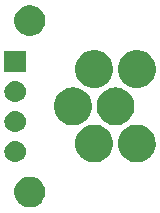
<source format=gts>
G04 #@! TF.GenerationSoftware,KiCad,Pcbnew,5.1.4+dfsg1-1*
G04 #@! TF.CreationDate,2020-04-13T21:54:57+02:00*
G04 #@! TF.ProjectId,C245_conn,43323435-5f63-46f6-9e6e-2e6b69636164,rev?*
G04 #@! TF.SameCoordinates,Original*
G04 #@! TF.FileFunction,Soldermask,Top*
G04 #@! TF.FilePolarity,Negative*
%FSLAX46Y46*%
G04 Gerber Fmt 4.6, Leading zero omitted, Abs format (unit mm)*
G04 Created by KiCad (PCBNEW 5.1.4+dfsg1-1) date 2020-04-13 21:54:57*
%MOMM*%
%LPD*%
G04 APERTURE LIST*
%ADD10C,0.100000*%
G04 APERTURE END LIST*
D10*
G36*
X93129487Y-106498996D02*
G01*
X93366253Y-106597068D01*
X93366255Y-106597069D01*
X93579339Y-106739447D01*
X93760553Y-106920661D01*
X93902932Y-107133747D01*
X94001004Y-107370513D01*
X94051000Y-107621861D01*
X94051000Y-107878139D01*
X94001004Y-108129487D01*
X93902932Y-108366253D01*
X93902931Y-108366255D01*
X93760553Y-108579339D01*
X93579339Y-108760553D01*
X93366255Y-108902931D01*
X93366254Y-108902932D01*
X93366253Y-108902932D01*
X93129487Y-109001004D01*
X92878139Y-109051000D01*
X92621861Y-109051000D01*
X92370513Y-109001004D01*
X92133747Y-108902932D01*
X92133746Y-108902932D01*
X92133745Y-108902931D01*
X91920661Y-108760553D01*
X91739447Y-108579339D01*
X91597069Y-108366255D01*
X91597068Y-108366253D01*
X91498996Y-108129487D01*
X91449000Y-107878139D01*
X91449000Y-107621861D01*
X91498996Y-107370513D01*
X91597068Y-107133747D01*
X91739447Y-106920661D01*
X91920661Y-106739447D01*
X92133745Y-106597069D01*
X92133747Y-106597068D01*
X92370513Y-106498996D01*
X92621861Y-106449000D01*
X92878139Y-106449000D01*
X93129487Y-106498996D01*
X93129487Y-106498996D01*
G37*
G36*
X101996217Y-102056665D02*
G01*
X102266995Y-102110525D01*
X102558358Y-102231212D01*
X102820578Y-102406422D01*
X103043578Y-102629422D01*
X103218788Y-102891642D01*
X103339475Y-103183005D01*
X103386417Y-103419000D01*
X103401000Y-103492314D01*
X103401000Y-103807686D01*
X103399145Y-103817011D01*
X103339475Y-104116995D01*
X103218788Y-104408358D01*
X103043578Y-104670578D01*
X102820578Y-104893578D01*
X102558358Y-105068788D01*
X102266995Y-105189475D01*
X101996217Y-105243335D01*
X101957686Y-105251000D01*
X101642314Y-105251000D01*
X101603783Y-105243335D01*
X101333005Y-105189475D01*
X101041642Y-105068788D01*
X100779422Y-104893578D01*
X100556422Y-104670578D01*
X100381212Y-104408358D01*
X100260525Y-104116995D01*
X100200855Y-103817011D01*
X100199000Y-103807686D01*
X100199000Y-103492314D01*
X100213583Y-103419000D01*
X100260525Y-103183005D01*
X100381212Y-102891642D01*
X100556422Y-102629422D01*
X100779422Y-102406422D01*
X101041642Y-102231212D01*
X101333005Y-102110525D01*
X101603783Y-102056665D01*
X101642314Y-102049000D01*
X101957686Y-102049000D01*
X101996217Y-102056665D01*
X101996217Y-102056665D01*
G37*
G36*
X98396217Y-102056665D02*
G01*
X98666995Y-102110525D01*
X98958358Y-102231212D01*
X99220578Y-102406422D01*
X99443578Y-102629422D01*
X99618788Y-102891642D01*
X99739475Y-103183005D01*
X99786417Y-103419000D01*
X99801000Y-103492314D01*
X99801000Y-103807686D01*
X99799145Y-103817011D01*
X99739475Y-104116995D01*
X99618788Y-104408358D01*
X99443578Y-104670578D01*
X99220578Y-104893578D01*
X98958358Y-105068788D01*
X98666995Y-105189475D01*
X98396217Y-105243335D01*
X98357686Y-105251000D01*
X98042314Y-105251000D01*
X98003783Y-105243335D01*
X97733005Y-105189475D01*
X97441642Y-105068788D01*
X97179422Y-104893578D01*
X96956422Y-104670578D01*
X96781212Y-104408358D01*
X96660525Y-104116995D01*
X96600855Y-103817011D01*
X96599000Y-103807686D01*
X96599000Y-103492314D01*
X96613583Y-103419000D01*
X96660525Y-103183005D01*
X96781212Y-102891642D01*
X96956422Y-102629422D01*
X97179422Y-102406422D01*
X97441642Y-102231212D01*
X97733005Y-102110525D01*
X98003783Y-102056665D01*
X98042314Y-102049000D01*
X98357686Y-102049000D01*
X98396217Y-102056665D01*
X98396217Y-102056665D01*
G37*
G36*
X91610442Y-103425518D02*
G01*
X91676627Y-103432037D01*
X91846466Y-103483557D01*
X92002991Y-103567222D01*
X92038729Y-103596552D01*
X92140186Y-103679814D01*
X92223448Y-103781271D01*
X92252778Y-103817009D01*
X92336443Y-103973534D01*
X92387963Y-104143373D01*
X92405359Y-104320000D01*
X92387963Y-104496627D01*
X92336443Y-104666466D01*
X92252778Y-104822991D01*
X92223448Y-104858729D01*
X92140186Y-104960186D01*
X92038729Y-105043448D01*
X92002991Y-105072778D01*
X91846466Y-105156443D01*
X91676627Y-105207963D01*
X91610442Y-105214482D01*
X91544260Y-105221000D01*
X91455740Y-105221000D01*
X91389558Y-105214482D01*
X91323373Y-105207963D01*
X91153534Y-105156443D01*
X90997009Y-105072778D01*
X90961271Y-105043448D01*
X90859814Y-104960186D01*
X90776552Y-104858729D01*
X90747222Y-104822991D01*
X90663557Y-104666466D01*
X90612037Y-104496627D01*
X90594641Y-104320000D01*
X90612037Y-104143373D01*
X90663557Y-103973534D01*
X90747222Y-103817009D01*
X90776552Y-103781271D01*
X90859814Y-103679814D01*
X90961271Y-103596552D01*
X90997009Y-103567222D01*
X91153534Y-103483557D01*
X91323373Y-103432037D01*
X91389558Y-103425518D01*
X91455740Y-103419000D01*
X91544260Y-103419000D01*
X91610442Y-103425518D01*
X91610442Y-103425518D01*
G37*
G36*
X91610443Y-100885519D02*
G01*
X91676627Y-100892037D01*
X91846466Y-100943557D01*
X92002991Y-101027222D01*
X92038729Y-101056552D01*
X92140186Y-101139814D01*
X92223448Y-101241271D01*
X92252778Y-101277009D01*
X92336443Y-101433534D01*
X92387963Y-101603373D01*
X92405359Y-101780000D01*
X92387963Y-101956627D01*
X92336443Y-102126466D01*
X92252778Y-102282991D01*
X92223448Y-102318729D01*
X92140186Y-102420186D01*
X92038729Y-102503448D01*
X92002991Y-102532778D01*
X91846466Y-102616443D01*
X91676627Y-102667963D01*
X91610443Y-102674481D01*
X91544260Y-102681000D01*
X91455740Y-102681000D01*
X91389557Y-102674481D01*
X91323373Y-102667963D01*
X91153534Y-102616443D01*
X90997009Y-102532778D01*
X90961271Y-102503448D01*
X90859814Y-102420186D01*
X90776552Y-102318729D01*
X90747222Y-102282991D01*
X90663557Y-102126466D01*
X90612037Y-101956627D01*
X90594641Y-101780000D01*
X90612037Y-101603373D01*
X90663557Y-101433534D01*
X90747222Y-101277009D01*
X90776552Y-101241271D01*
X90859814Y-101139814D01*
X90961271Y-101056552D01*
X90997009Y-101027222D01*
X91153534Y-100943557D01*
X91323373Y-100892037D01*
X91389557Y-100885519D01*
X91455740Y-100879000D01*
X91544260Y-100879000D01*
X91610443Y-100885519D01*
X91610443Y-100885519D01*
G37*
G36*
X100196217Y-98906665D02*
G01*
X100466995Y-98960525D01*
X100758358Y-99081212D01*
X101020578Y-99256422D01*
X101243578Y-99479422D01*
X101418788Y-99741642D01*
X101539475Y-100033005D01*
X101601000Y-100342315D01*
X101601000Y-100657685D01*
X101539475Y-100966995D01*
X101418788Y-101258358D01*
X101243578Y-101520578D01*
X101020578Y-101743578D01*
X100758358Y-101918788D01*
X100466995Y-102039475D01*
X100196217Y-102093335D01*
X100157686Y-102101000D01*
X99842314Y-102101000D01*
X99803783Y-102093335D01*
X99533005Y-102039475D01*
X99241642Y-101918788D01*
X98979422Y-101743578D01*
X98756422Y-101520578D01*
X98581212Y-101258358D01*
X98460525Y-100966995D01*
X98399000Y-100657685D01*
X98399000Y-100342315D01*
X98460525Y-100033005D01*
X98581212Y-99741642D01*
X98756422Y-99479422D01*
X98979422Y-99256422D01*
X99241642Y-99081212D01*
X99533005Y-98960525D01*
X99803783Y-98906665D01*
X99842314Y-98899000D01*
X100157686Y-98899000D01*
X100196217Y-98906665D01*
X100196217Y-98906665D01*
G37*
G36*
X96596217Y-98906665D02*
G01*
X96866995Y-98960525D01*
X97158358Y-99081212D01*
X97420578Y-99256422D01*
X97643578Y-99479422D01*
X97818788Y-99741642D01*
X97939475Y-100033005D01*
X98001000Y-100342315D01*
X98001000Y-100657685D01*
X97939475Y-100966995D01*
X97818788Y-101258358D01*
X97643578Y-101520578D01*
X97420578Y-101743578D01*
X97158358Y-101918788D01*
X96866995Y-102039475D01*
X96596217Y-102093335D01*
X96557686Y-102101000D01*
X96242314Y-102101000D01*
X96203783Y-102093335D01*
X95933005Y-102039475D01*
X95641642Y-101918788D01*
X95379422Y-101743578D01*
X95156422Y-101520578D01*
X94981212Y-101258358D01*
X94860525Y-100966995D01*
X94799000Y-100657685D01*
X94799000Y-100342315D01*
X94860525Y-100033005D01*
X94981212Y-99741642D01*
X95156422Y-99479422D01*
X95379422Y-99256422D01*
X95641642Y-99081212D01*
X95933005Y-98960525D01*
X96203783Y-98906665D01*
X96242314Y-98899000D01*
X96557686Y-98899000D01*
X96596217Y-98906665D01*
X96596217Y-98906665D01*
G37*
G36*
X91610442Y-98345518D02*
G01*
X91676627Y-98352037D01*
X91846466Y-98403557D01*
X92002991Y-98487222D01*
X92038729Y-98516552D01*
X92140186Y-98599814D01*
X92223448Y-98701271D01*
X92252778Y-98737009D01*
X92336443Y-98893534D01*
X92387963Y-99063373D01*
X92405359Y-99240000D01*
X92387963Y-99416627D01*
X92336443Y-99586466D01*
X92252778Y-99742991D01*
X92223448Y-99778729D01*
X92140186Y-99880186D01*
X92038729Y-99963448D01*
X92002991Y-99992778D01*
X91846466Y-100076443D01*
X91676627Y-100127963D01*
X91610442Y-100134482D01*
X91544260Y-100141000D01*
X91455740Y-100141000D01*
X91389557Y-100134481D01*
X91323373Y-100127963D01*
X91153534Y-100076443D01*
X90997009Y-99992778D01*
X90961271Y-99963448D01*
X90859814Y-99880186D01*
X90776552Y-99778729D01*
X90747222Y-99742991D01*
X90663557Y-99586466D01*
X90612037Y-99416627D01*
X90594641Y-99240000D01*
X90612037Y-99063373D01*
X90663557Y-98893534D01*
X90747222Y-98737009D01*
X90776552Y-98701271D01*
X90859814Y-98599814D01*
X90961271Y-98516552D01*
X90997009Y-98487222D01*
X91153534Y-98403557D01*
X91323373Y-98352037D01*
X91389557Y-98345519D01*
X91455740Y-98339000D01*
X91544260Y-98339000D01*
X91610442Y-98345518D01*
X91610442Y-98345518D01*
G37*
G36*
X101996217Y-95756665D02*
G01*
X102266995Y-95810525D01*
X102558358Y-95931212D01*
X102820578Y-96106422D01*
X103043578Y-96329422D01*
X103218788Y-96591642D01*
X103339475Y-96883005D01*
X103401000Y-97192315D01*
X103401000Y-97507685D01*
X103339475Y-97816995D01*
X103218788Y-98108358D01*
X103043578Y-98370578D01*
X102820578Y-98593578D01*
X102558358Y-98768788D01*
X102266995Y-98889475D01*
X101996217Y-98943335D01*
X101957686Y-98951000D01*
X101642314Y-98951000D01*
X101603783Y-98943335D01*
X101333005Y-98889475D01*
X101041642Y-98768788D01*
X100779422Y-98593578D01*
X100556422Y-98370578D01*
X100381212Y-98108358D01*
X100260525Y-97816995D01*
X100199000Y-97507685D01*
X100199000Y-97192315D01*
X100260525Y-96883005D01*
X100381212Y-96591642D01*
X100556422Y-96329422D01*
X100779422Y-96106422D01*
X101041642Y-95931212D01*
X101333005Y-95810525D01*
X101603783Y-95756665D01*
X101642314Y-95749000D01*
X101957686Y-95749000D01*
X101996217Y-95756665D01*
X101996217Y-95756665D01*
G37*
G36*
X98396217Y-95756665D02*
G01*
X98666995Y-95810525D01*
X98958358Y-95931212D01*
X99220578Y-96106422D01*
X99443578Y-96329422D01*
X99618788Y-96591642D01*
X99739475Y-96883005D01*
X99801000Y-97192315D01*
X99801000Y-97507685D01*
X99739475Y-97816995D01*
X99618788Y-98108358D01*
X99443578Y-98370578D01*
X99220578Y-98593578D01*
X98958358Y-98768788D01*
X98666995Y-98889475D01*
X98396217Y-98943335D01*
X98357686Y-98951000D01*
X98042314Y-98951000D01*
X98003783Y-98943335D01*
X97733005Y-98889475D01*
X97441642Y-98768788D01*
X97179422Y-98593578D01*
X96956422Y-98370578D01*
X96781212Y-98108358D01*
X96660525Y-97816995D01*
X96599000Y-97507685D01*
X96599000Y-97192315D01*
X96660525Y-96883005D01*
X96781212Y-96591642D01*
X96956422Y-96329422D01*
X97179422Y-96106422D01*
X97441642Y-95931212D01*
X97733005Y-95810525D01*
X98003783Y-95756665D01*
X98042314Y-95749000D01*
X98357686Y-95749000D01*
X98396217Y-95756665D01*
X98396217Y-95756665D01*
G37*
G36*
X92401000Y-97601000D02*
G01*
X90599000Y-97601000D01*
X90599000Y-95799000D01*
X92401000Y-95799000D01*
X92401000Y-97601000D01*
X92401000Y-97601000D01*
G37*
G36*
X93129487Y-91998996D02*
G01*
X93366253Y-92097068D01*
X93366255Y-92097069D01*
X93579339Y-92239447D01*
X93760553Y-92420661D01*
X93902932Y-92633747D01*
X94001004Y-92870513D01*
X94051000Y-93121861D01*
X94051000Y-93378139D01*
X94001004Y-93629487D01*
X93902932Y-93866253D01*
X93902931Y-93866255D01*
X93760553Y-94079339D01*
X93579339Y-94260553D01*
X93366255Y-94402931D01*
X93366254Y-94402932D01*
X93366253Y-94402932D01*
X93129487Y-94501004D01*
X92878139Y-94551000D01*
X92621861Y-94551000D01*
X92370513Y-94501004D01*
X92133747Y-94402932D01*
X92133746Y-94402932D01*
X92133745Y-94402931D01*
X91920661Y-94260553D01*
X91739447Y-94079339D01*
X91597069Y-93866255D01*
X91597068Y-93866253D01*
X91498996Y-93629487D01*
X91449000Y-93378139D01*
X91449000Y-93121861D01*
X91498996Y-92870513D01*
X91597068Y-92633747D01*
X91739447Y-92420661D01*
X91920661Y-92239447D01*
X92133745Y-92097069D01*
X92133747Y-92097068D01*
X92370513Y-91998996D01*
X92621861Y-91949000D01*
X92878139Y-91949000D01*
X93129487Y-91998996D01*
X93129487Y-91998996D01*
G37*
M02*

</source>
